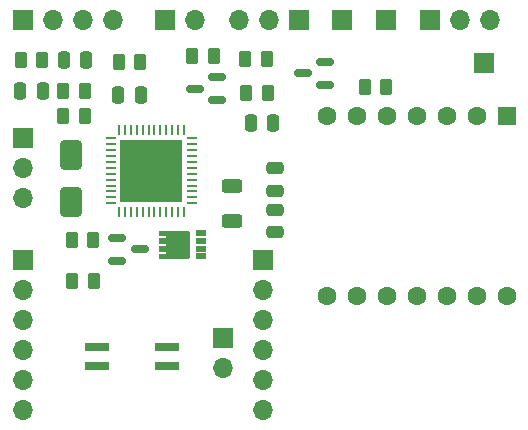
<source format=gbr>
%TF.GenerationSoftware,KiCad,Pcbnew,7.0.9*%
%TF.CreationDate,2024-04-08T13:50:44+02:00*%
%TF.ProjectId,Test_1,54657374-5f31-42e6-9b69-6361645f7063,rev?*%
%TF.SameCoordinates,Original*%
%TF.FileFunction,Soldermask,Top*%
%TF.FilePolarity,Negative*%
%FSLAX46Y46*%
G04 Gerber Fmt 4.6, Leading zero omitted, Abs format (unit mm)*
G04 Created by KiCad (PCBNEW 7.0.9) date 2024-04-08 13:50:44*
%MOMM*%
%LPD*%
G01*
G04 APERTURE LIST*
G04 Aperture macros list*
%AMRoundRect*
0 Rectangle with rounded corners*
0 $1 Rounding radius*
0 $2 $3 $4 $5 $6 $7 $8 $9 X,Y pos of 4 corners*
0 Add a 4 corners polygon primitive as box body*
4,1,4,$2,$3,$4,$5,$6,$7,$8,$9,$2,$3,0*
0 Add four circle primitives for the rounded corners*
1,1,$1+$1,$2,$3*
1,1,$1+$1,$4,$5*
1,1,$1+$1,$6,$7*
1,1,$1+$1,$8,$9*
0 Add four rect primitives between the rounded corners*
20,1,$1+$1,$2,$3,$4,$5,0*
20,1,$1+$1,$4,$5,$6,$7,0*
20,1,$1+$1,$6,$7,$8,$9,0*
20,1,$1+$1,$8,$9,$2,$3,0*%
%AMFreePoly0*
4,1,43,1.580355,1.210355,1.595000,1.175000,1.595000,0.775000,1.580355,0.739645,1.545000,0.725000,0.975000,0.725000,0.975000,0.575000,1.545000,0.575000,1.580355,0.560355,1.595000,0.525000,1.595000,0.125000,1.580355,0.089645,1.545000,0.075000,0.975000,0.075000,0.975000,-0.075000,1.545000,-0.075000,1.580355,-0.089645,1.595000,-0.125000,1.595000,-0.525000,1.580355,-0.560355,
1.545000,-0.575000,0.975000,-0.575000,0.975000,-0.725000,1.545000,-0.725000,1.580355,-0.739645,1.595000,-0.775000,1.595000,-1.175000,1.580355,-1.210355,1.545000,-1.225000,0.925000,-1.225000,0.889645,-1.210355,0.875000,-1.175000,-0.925000,-1.175000,-0.960355,-1.160355,-0.975000,-1.125000,-0.975000,1.125000,-0.960355,1.160355,-0.925000,1.175000,0.875000,1.175000,0.889645,1.210355,
0.925000,1.225000,1.545000,1.225000,1.580355,1.210355,1.580355,1.210355,$1*%
G04 Aperture macros list end*
%ADD10RoundRect,0.250000X-0.262500X-0.450000X0.262500X-0.450000X0.262500X0.450000X-0.262500X0.450000X0*%
%ADD11R,2.159000X0.660400*%
%ADD12RoundRect,0.250000X-0.250000X-0.475000X0.250000X-0.475000X0.250000X0.475000X-0.250000X0.475000X0*%
%ADD13R,1.700000X1.700000*%
%ADD14O,1.700000X1.700000*%
%ADD15RoundRect,0.150000X-0.587500X-0.150000X0.587500X-0.150000X0.587500X0.150000X-0.587500X0.150000X0*%
%ADD16RoundRect,0.250000X0.262500X0.450000X-0.262500X0.450000X-0.262500X-0.450000X0.262500X-0.450000X0*%
%ADD17RoundRect,0.250000X-0.650000X1.000000X-0.650000X-1.000000X0.650000X-1.000000X0.650000X1.000000X0*%
%ADD18RoundRect,0.250000X-0.625000X0.312500X-0.625000X-0.312500X0.625000X-0.312500X0.625000X0.312500X0*%
%ADD19RoundRect,0.250000X0.250000X0.475000X-0.250000X0.475000X-0.250000X-0.475000X0.250000X-0.475000X0*%
%ADD20RoundRect,0.150000X0.587500X0.150000X-0.587500X0.150000X-0.587500X-0.150000X0.587500X-0.150000X0*%
%ADD21RoundRect,0.250000X0.475000X-0.250000X0.475000X0.250000X-0.475000X0.250000X-0.475000X-0.250000X0*%
%ADD22RoundRect,0.062500X0.337500X0.062500X-0.337500X0.062500X-0.337500X-0.062500X0.337500X-0.062500X0*%
%ADD23RoundRect,0.062500X0.062500X0.337500X-0.062500X0.337500X-0.062500X-0.337500X0.062500X-0.337500X0*%
%ADD24R,5.300000X5.300000*%
%ADD25RoundRect,0.050000X0.415000X0.200000X-0.415000X0.200000X-0.415000X-0.200000X0.415000X-0.200000X0*%
%ADD26FreePoly0,180.000000*%
%ADD27RoundRect,0.250000X-0.475000X0.250000X-0.475000X-0.250000X0.475000X-0.250000X0.475000X0.250000X0*%
%ADD28R,1.600000X1.600000*%
%ADD29C,1.600000*%
G04 APERTURE END LIST*
D10*
%TO.C,R3*%
X82187500Y-127200000D03*
X84012500Y-127200000D03*
%TD*%
D11*
%TO.C,L1*%
X85028200Y-148899800D03*
X85028200Y-150500000D03*
X90971800Y-150500000D03*
X90971800Y-148899800D03*
%TD*%
D12*
%TO.C,C7*%
X98050000Y-129900000D03*
X99950000Y-129900000D03*
%TD*%
D13*
%TO.C,JP1*%
X113200000Y-121200000D03*
D14*
X115740000Y-121200000D03*
X118280000Y-121200000D03*
%TD*%
D15*
%TO.C,Q3*%
X86762500Y-139650000D03*
X86762500Y-141550000D03*
X88637500Y-140600000D03*
%TD*%
D10*
%TO.C,R6*%
X93087500Y-124200000D03*
X94912500Y-124200000D03*
%TD*%
%TO.C,R11*%
X82937500Y-143250000D03*
X84762500Y-143250000D03*
%TD*%
D16*
%TO.C,R4*%
X99512500Y-127400000D03*
X97687500Y-127400000D03*
%TD*%
D17*
%TO.C,D1*%
X82800000Y-132600000D03*
X82800000Y-136600000D03*
%TD*%
D18*
%TO.C,R1*%
X96500000Y-135237500D03*
X96500000Y-138162500D03*
%TD*%
D12*
%TO.C,C5*%
X86850000Y-127500000D03*
X88750000Y-127500000D03*
%TD*%
D13*
%TO.C,JP2*%
X102100000Y-121200000D03*
D14*
X99560000Y-121200000D03*
X97020000Y-121200000D03*
%TD*%
D12*
%TO.C,C4*%
X78550000Y-127200000D03*
X80450000Y-127200000D03*
%TD*%
D16*
%TO.C,R2*%
X80412500Y-124600000D03*
X78587500Y-124600000D03*
%TD*%
D19*
%TO.C,C3*%
X84100000Y-124600000D03*
X82200000Y-124600000D03*
%TD*%
D20*
%TO.C,Q2*%
X95187500Y-127950000D03*
X95187500Y-126050000D03*
X93312500Y-127000000D03*
%TD*%
D13*
%TO.C,J6*%
X109500000Y-121200000D03*
%TD*%
D21*
%TO.C,C2*%
X100100000Y-135650000D03*
X100100000Y-133750000D03*
%TD*%
D16*
%TO.C,R7*%
X84012500Y-129300000D03*
X82187500Y-129300000D03*
%TD*%
D13*
%TO.C,JP3*%
X78740000Y-131200000D03*
D14*
X78740000Y-133740000D03*
X78740000Y-136280000D03*
%TD*%
D22*
%TO.C,U1*%
X93100000Y-136700000D03*
X93100000Y-136200000D03*
X93100000Y-135700000D03*
X93100000Y-135200000D03*
X93100000Y-134700000D03*
X93100000Y-134200000D03*
X93100000Y-133700000D03*
X93100000Y-133200000D03*
X93100000Y-132700000D03*
X93100000Y-132200000D03*
X93100000Y-131700000D03*
X93100000Y-131200000D03*
D23*
X92400000Y-130500000D03*
X91900000Y-130500000D03*
X91400000Y-130500000D03*
X90900000Y-130500000D03*
X90400000Y-130500000D03*
X89900000Y-130500000D03*
X89400000Y-130500000D03*
X88900000Y-130500000D03*
X88400000Y-130500000D03*
X87900000Y-130500000D03*
X87400000Y-130500000D03*
X86900000Y-130500000D03*
D22*
X86200000Y-131200000D03*
X86200000Y-131700000D03*
X86200000Y-132200000D03*
X86200000Y-132700000D03*
X86200000Y-133200000D03*
X86200000Y-133700000D03*
X86200000Y-134200000D03*
X86200000Y-134700000D03*
X86200000Y-135200000D03*
X86200000Y-135700000D03*
X86200000Y-136200000D03*
X86200000Y-136700000D03*
D23*
X86900000Y-137400000D03*
X87400000Y-137400000D03*
X87900000Y-137400000D03*
X88400000Y-137400000D03*
X88900000Y-137400000D03*
X89400000Y-137400000D03*
X89900000Y-137400000D03*
X90400000Y-137400000D03*
X90900000Y-137400000D03*
X91400000Y-137400000D03*
X91900000Y-137400000D03*
X92400000Y-137400000D03*
D24*
X89650000Y-133950000D03*
%TD*%
D10*
%TO.C,R8*%
X107687500Y-126850000D03*
X109512500Y-126850000D03*
%TD*%
D13*
%TO.C,J5*%
X105800000Y-121200000D03*
%TD*%
D16*
%TO.C,R9*%
X84712500Y-139800000D03*
X82887500Y-139800000D03*
%TD*%
D13*
%TO.C,J2*%
X95700000Y-148125000D03*
D14*
X95700000Y-150665000D03*
%TD*%
D10*
%TO.C,R10*%
X97587500Y-124500000D03*
X99412500Y-124500000D03*
%TD*%
D25*
%TO.C,Q1*%
X93820000Y-141201000D03*
X93820000Y-140551000D03*
X93820000Y-139901000D03*
X93820000Y-139251000D03*
D26*
X91880000Y-140226000D03*
%TD*%
D10*
%TO.C,R5*%
X86887500Y-124700000D03*
X88712500Y-124700000D03*
%TD*%
D13*
%TO.C,J3*%
X90760000Y-121200000D03*
D14*
X93300000Y-121200000D03*
%TD*%
D20*
%TO.C,Q4*%
X104337500Y-126650000D03*
X104337500Y-124750000D03*
X102462500Y-125700000D03*
%TD*%
D27*
%TO.C,C1*%
X100100000Y-137250000D03*
X100100000Y-139150000D03*
%TD*%
D28*
%TO.C,U2*%
X119720000Y-129280000D03*
D29*
X117180000Y-129280000D03*
X114640000Y-129280000D03*
X112100000Y-129280000D03*
X109560000Y-129280000D03*
X107020000Y-129280000D03*
X104480000Y-129280000D03*
X104480000Y-144520000D03*
X107020000Y-144520000D03*
X109560000Y-144520000D03*
X112100000Y-144520000D03*
X114640000Y-144520000D03*
X117180000Y-144520000D03*
X119720000Y-144520000D03*
%TD*%
D13*
%TO.C,J1*%
X78740000Y-121158000D03*
D14*
X81280000Y-121158000D03*
X83820000Y-121158000D03*
X86360000Y-121158000D03*
%TD*%
D13*
%TO.C,J106*%
X99060000Y-141478000D03*
D14*
X99060000Y-144018000D03*
X99060000Y-146558000D03*
X99060000Y-149098000D03*
X99060000Y-151638000D03*
X99060000Y-154178000D03*
%TD*%
D13*
%TO.C,J4*%
X117790000Y-124790000D03*
%TD*%
%TO.C,J105*%
X78740000Y-141478000D03*
D14*
X78740000Y-144018000D03*
X78740000Y-146558000D03*
X78740000Y-149098000D03*
X78740000Y-151638000D03*
X78740000Y-154178000D03*
%TD*%
M02*

</source>
